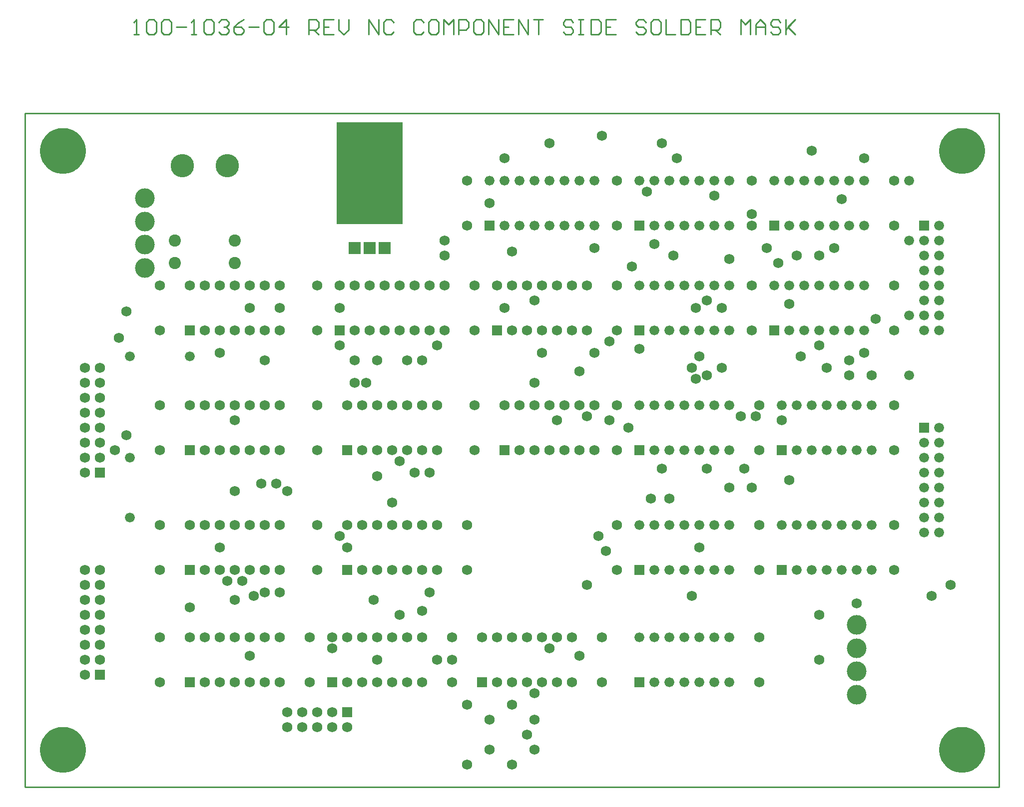
<source format=gts>
*%FSLAX23Y23*%
*%MOIN*%
G01*
%ADD11C,0.006*%
%ADD12C,0.007*%
%ADD13C,0.008*%
%ADD14C,0.010*%
%ADD15C,0.012*%
%ADD16C,0.020*%
%ADD17C,0.036*%
%ADD18C,0.042*%
%ADD19C,0.050*%
%ADD20C,0.056*%
%ADD21C,0.062*%
%ADD22C,0.066*%
%ADD23C,0.068*%
%ADD24C,0.070*%
%ADD25C,0.075*%
%ADD26C,0.081*%
%ADD27C,0.090*%
%ADD28C,0.120*%
%ADD29C,0.125*%
%ADD30C,0.131*%
%ADD31C,0.140*%
%ADD32C,0.150*%
%ADD33C,0.156*%
%ADD34C,0.160*%
%ADD35C,0.250*%
%ADD36C,0.250*%
%ADD37R,0.062X0.062*%
%ADD38R,0.068X0.068*%
%ADD39R,0.075X0.075*%
%ADD40R,0.081X0.081*%
%ADD41R,0.250X0.250*%
D14*
X7341Y10438D02*
X7374D01*
X7358D01*
Y10538D01*
X7359D01*
X7358D02*
X7341Y10521D01*
X7424D02*
X7441Y10538D01*
X7474D01*
X7491Y10521D01*
Y10455D01*
X7474Y10438D01*
X7441D01*
X7424Y10455D01*
Y10521D01*
X7524D02*
X7541Y10538D01*
X7574D01*
X7591Y10521D01*
Y10455D01*
X7574Y10438D01*
X7541D01*
X7524Y10455D01*
Y10521D01*
X7624Y10488D02*
X7691D01*
X7724Y10438D02*
X7758D01*
X7741D01*
Y10538D01*
X7742D01*
X7741D02*
X7724Y10521D01*
X7808D02*
X7824Y10538D01*
X7858D01*
X7874Y10521D01*
Y10455D01*
X7858Y10438D01*
X7824D01*
X7808Y10455D01*
Y10521D01*
X7907D02*
X7924Y10538D01*
X7957D01*
X7974Y10521D01*
Y10505D01*
X7975D01*
X7974D02*
X7975D01*
X7974D02*
X7975D01*
X7974D02*
X7957Y10488D01*
X7941D01*
X7957D01*
X7974Y10471D01*
Y10455D01*
X7957Y10438D01*
X7924D01*
X7907Y10455D01*
X8041Y10521D02*
X8074Y10538D01*
X8041Y10521D02*
X8007Y10488D01*
Y10455D01*
X8024Y10438D01*
X8057D01*
X8074Y10455D01*
Y10471D01*
X8057Y10488D01*
X8007D01*
X8107D02*
X8174D01*
X8207Y10521D02*
X8224Y10538D01*
X8257D01*
X8274Y10521D01*
Y10455D01*
X8257Y10438D01*
X8224D01*
X8207Y10455D01*
Y10521D01*
X8357Y10538D02*
Y10438D01*
X8307Y10488D02*
X8357Y10538D01*
X8374Y10488D02*
X8307D01*
X8507Y10438D02*
Y10538D01*
X8557D01*
X8574Y10521D01*
Y10488D01*
X8557Y10471D01*
X8507D01*
X8541D02*
X8574Y10438D01*
X8607Y10538D02*
X8674D01*
X8607D02*
Y10438D01*
X8674D01*
X8641Y10488D02*
X8607D01*
X8707Y10471D02*
Y10538D01*
Y10471D02*
X8741Y10438D01*
X8774Y10471D01*
Y10538D01*
X8907D02*
Y10438D01*
X8974D02*
X8907Y10538D01*
X8974D02*
Y10438D01*
X9074Y10521D02*
X9057Y10538D01*
X9024D01*
X9007Y10521D01*
Y10455D01*
X9024Y10438D01*
X9057D01*
X9074Y10455D01*
X9257Y10538D02*
X9274Y10521D01*
X9257Y10538D02*
X9224D01*
X9207Y10521D01*
Y10455D01*
X9224Y10438D01*
X9257D01*
X9274Y10455D01*
X9324Y10538D02*
X9357D01*
X9324D02*
X9307Y10521D01*
Y10455D01*
X9324Y10438D01*
X9357D01*
X9374Y10455D01*
Y10521D01*
X9357Y10538D01*
X9407D02*
Y10438D01*
X9440Y10505D02*
X9407Y10538D01*
X9440Y10505D02*
X9474Y10538D01*
Y10438D01*
X9507D02*
Y10538D01*
X9557D01*
X9574Y10521D01*
Y10488D01*
X9557Y10471D01*
X9507D01*
X9624Y10538D02*
X9657D01*
X9624D02*
X9607Y10521D01*
Y10455D01*
X9624Y10438D01*
X9657D01*
X9674Y10455D01*
Y10521D01*
X9657Y10538D01*
X9707D02*
Y10438D01*
X9774D02*
X9707Y10538D01*
X9774D02*
Y10438D01*
X9807Y10538D02*
X9874D01*
X9807D02*
Y10438D01*
X9874D01*
X9840Y10488D02*
X9807D01*
X9907Y10438D02*
Y10538D01*
X9973Y10438D01*
Y10538D01*
X10007D02*
X10073D01*
X10040D01*
Y10438D01*
X10257Y10538D02*
X10273Y10521D01*
X10257Y10538D02*
X10223D01*
X10207Y10521D01*
Y10505D01*
X10223Y10488D01*
X10257D01*
X10273Y10471D01*
Y10455D01*
X10257Y10438D01*
X10223D01*
X10207Y10455D01*
X10307Y10538D02*
X10340D01*
X10323D01*
Y10438D01*
X10307D01*
X10340D01*
X10390D02*
Y10538D01*
Y10438D02*
X10440D01*
X10457Y10455D01*
Y10521D01*
X10440Y10538D01*
X10390D01*
X10490D02*
X10557D01*
X10490D02*
Y10438D01*
X10557D01*
X10523Y10488D02*
X10490D01*
X10740Y10538D02*
X10757Y10521D01*
X10740Y10538D02*
X10707D01*
X10690Y10521D01*
Y10505D01*
X10707Y10488D01*
X10740D01*
X10757Y10471D01*
Y10455D01*
X10740Y10438D01*
X10707D01*
X10690Y10455D01*
X10807Y10538D02*
X10840D01*
X10807D02*
X10790Y10521D01*
Y10455D01*
X10807Y10438D01*
X10840D01*
X10857Y10455D01*
Y10521D01*
X10840Y10538D01*
X10890D02*
Y10438D01*
X10956D01*
X10990D02*
Y10538D01*
Y10438D02*
X11040D01*
X11056Y10455D01*
Y10521D01*
X11040Y10538D01*
X10990D01*
X11090D02*
X11156D01*
X11090D02*
Y10438D01*
X11156D01*
X11123Y10488D02*
X11090D01*
X11190Y10438D02*
Y10538D01*
X11240D01*
X11256Y10521D01*
Y10488D01*
X11240Y10471D01*
X11190D01*
X11223D02*
X11256Y10438D01*
X11390D02*
Y10538D01*
X11423Y10505D01*
X11456Y10538D01*
Y10438D01*
X11490D02*
Y10505D01*
X11523Y10538D01*
X11556Y10505D01*
Y10438D01*
Y10488D01*
X11490D01*
X11640Y10538D02*
X11656Y10521D01*
X11640Y10538D02*
X11606D01*
X11590Y10521D01*
Y10505D01*
X11606Y10488D01*
X11640D01*
X11656Y10471D01*
Y10455D01*
X11640Y10438D01*
X11606D01*
X11590Y10455D01*
X11690Y10438D02*
Y10538D01*
Y10471D02*
Y10438D01*
Y10471D02*
X11756Y10538D01*
X11706Y10488D01*
X11756Y10438D01*
X13116Y9913D02*
Y5413D01*
X6616D02*
Y9913D01*
Y5413D02*
X13116D01*
Y9913D02*
X6616D01*
D19*
X12738Y9663D02*
X12739D01*
X12738D02*
X12738Y9653D01*
X12740Y9642D01*
X12742Y9632D01*
X12745Y9622D01*
X12748Y9613D01*
X12753Y9604D01*
X12758Y9595D01*
X12764Y9586D01*
X12770Y9578D01*
X12777Y9571D01*
X12785Y9564D01*
X12793Y9558D01*
X12802Y9552D01*
X12811Y9547D01*
X12821Y9543D01*
X12830Y9540D01*
X12840Y9538D01*
X12851Y9536D01*
X12861Y9535D01*
X12871D01*
X12881Y9536D01*
X12892Y9538D01*
X12902Y9540D01*
X12911Y9543D01*
X12921Y9547D01*
X12930Y9552D01*
X12939Y9558D01*
X12947Y9564D01*
X12955Y9571D01*
X12962Y9578D01*
X12968Y9586D01*
X12974Y9595D01*
X12979Y9604D01*
X12984Y9613D01*
X12987Y9622D01*
X12990Y9632D01*
X12992Y9642D01*
X12994Y9653D01*
X12994Y9663D01*
X12995D01*
X12994D02*
X12994Y9673D01*
X12992Y9684D01*
X12990Y9694D01*
X12987Y9704D01*
X12984Y9713D01*
X12979Y9722D01*
X12974Y9731D01*
X12968Y9740D01*
X12962Y9748D01*
X12955Y9755D01*
X12947Y9762D01*
X12939Y9768D01*
X12930Y9774D01*
X12921Y9779D01*
X12911Y9783D01*
X12902Y9786D01*
X12892Y9788D01*
X12881Y9790D01*
X12871Y9791D01*
X12861D01*
X12851Y9790D01*
X12840Y9788D01*
X12830Y9786D01*
X12821Y9783D01*
X12811Y9779D01*
X12802Y9774D01*
X12793Y9768D01*
X12785Y9762D01*
X12777Y9755D01*
X12770Y9748D01*
X12764Y9740D01*
X12758Y9731D01*
X12753Y9722D01*
X12748Y9713D01*
X12745Y9704D01*
X12742Y9694D01*
X12740Y9684D01*
X12738Y9673D01*
X12738Y9663D01*
X12786D02*
X12787D01*
X12786D02*
X12787Y9654D01*
X12788Y9645D01*
X12791Y9636D01*
X12795Y9627D01*
X12799Y9619D01*
X12805Y9612D01*
X12811Y9605D01*
X12818Y9599D01*
X12826Y9594D01*
X12834Y9590D01*
X12843Y9586D01*
X12852Y9584D01*
X12861Y9583D01*
X12871D01*
X12880Y9584D01*
X12889Y9586D01*
X12898Y9590D01*
X12906Y9594D01*
X12914Y9599D01*
X12921Y9605D01*
X12927Y9612D01*
X12933Y9619D01*
X12937Y9627D01*
X12941Y9636D01*
X12944Y9645D01*
X12945Y9654D01*
X12946Y9663D01*
X12947D01*
X12946D02*
X12945Y9672D01*
X12944Y9681D01*
X12941Y9690D01*
X12937Y9699D01*
X12933Y9707D01*
X12927Y9714D01*
X12921Y9721D01*
X12914Y9727D01*
X12906Y9732D01*
X12898Y9736D01*
X12889Y9740D01*
X12880Y9742D01*
X12871Y9743D01*
X12861D01*
X12852Y9742D01*
X12843Y9740D01*
X12834Y9736D01*
X12826Y9732D01*
X12818Y9727D01*
X12811Y9721D01*
X12805Y9714D01*
X12799Y9707D01*
X12795Y9699D01*
X12791Y9690D01*
X12788Y9681D01*
X12787Y9672D01*
X12786Y9663D01*
X12834D02*
X12835D01*
X12834D02*
X12835Y9656D01*
X12837Y9650D01*
X12840Y9644D01*
X12845Y9639D01*
X12850Y9635D01*
X12856Y9633D01*
X12863Y9631D01*
X12869D01*
X12876Y9633D01*
X12882Y9635D01*
X12887Y9639D01*
X12892Y9644D01*
X12895Y9650D01*
X12897Y9656D01*
X12898Y9663D01*
X12899D01*
X12898D02*
X12897Y9670D01*
X12895Y9676D01*
X12892Y9682D01*
X12887Y9687D01*
X12882Y9691D01*
X12876Y9693D01*
X12869Y9695D01*
X12863D01*
X12856Y9693D01*
X12850Y9691D01*
X12845Y9687D01*
X12840Y9682D01*
X12837Y9676D01*
X12835Y9670D01*
X12834Y9663D01*
X12866D02*
D03*
X12738Y5663D02*
X12739D01*
X12738D02*
X12738Y5653D01*
X12740Y5642D01*
X12742Y5632D01*
X12745Y5622D01*
X12748Y5613D01*
X12753Y5604D01*
X12758Y5595D01*
X12764Y5586D01*
X12770Y5578D01*
X12777Y5571D01*
X12785Y5564D01*
X12793Y5558D01*
X12802Y5552D01*
X12811Y5547D01*
X12821Y5543D01*
X12830Y5540D01*
X12840Y5538D01*
X12851Y5536D01*
X12861Y5535D01*
X12871D01*
X12881Y5536D01*
X12892Y5538D01*
X12902Y5540D01*
X12911Y5543D01*
X12921Y5547D01*
X12930Y5552D01*
X12939Y5558D01*
X12947Y5564D01*
X12955Y5571D01*
X12962Y5578D01*
X12968Y5586D01*
X12974Y5595D01*
X12979Y5604D01*
X12984Y5613D01*
X12987Y5622D01*
X12990Y5632D01*
X12992Y5642D01*
X12994Y5653D01*
X12994Y5663D01*
X12995D01*
X12994D02*
X12994Y5673D01*
X12992Y5684D01*
X12990Y5694D01*
X12987Y5704D01*
X12984Y5713D01*
X12979Y5722D01*
X12974Y5731D01*
X12968Y5740D01*
X12962Y5748D01*
X12955Y5755D01*
X12947Y5762D01*
X12939Y5768D01*
X12930Y5774D01*
X12921Y5779D01*
X12911Y5783D01*
X12902Y5786D01*
X12892Y5788D01*
X12881Y5790D01*
X12871Y5791D01*
X12861D01*
X12851Y5790D01*
X12840Y5788D01*
X12830Y5786D01*
X12821Y5783D01*
X12811Y5779D01*
X12802Y5774D01*
X12793Y5768D01*
X12785Y5762D01*
X12777Y5755D01*
X12770Y5748D01*
X12764Y5740D01*
X12758Y5731D01*
X12753Y5722D01*
X12748Y5713D01*
X12745Y5704D01*
X12742Y5694D01*
X12740Y5684D01*
X12738Y5673D01*
X12738Y5663D01*
X12786D02*
X12787D01*
X12786D02*
X12787Y5654D01*
X12788Y5645D01*
X12791Y5636D01*
X12795Y5627D01*
X12799Y5619D01*
X12805Y5612D01*
X12811Y5605D01*
X12818Y5599D01*
X12826Y5594D01*
X12834Y5590D01*
X12843Y5586D01*
X12852Y5584D01*
X12861Y5583D01*
X12871D01*
X12880Y5584D01*
X12889Y5586D01*
X12898Y5590D01*
X12906Y5594D01*
X12914Y5599D01*
X12921Y5605D01*
X12927Y5612D01*
X12933Y5619D01*
X12937Y5627D01*
X12941Y5636D01*
X12944Y5645D01*
X12945Y5654D01*
X12946Y5663D01*
X12947D01*
X12946D02*
X12945Y5672D01*
X12944Y5681D01*
X12941Y5690D01*
X12937Y5699D01*
X12933Y5707D01*
X12927Y5714D01*
X12921Y5721D01*
X12914Y5727D01*
X12906Y5732D01*
X12898Y5736D01*
X12889Y5740D01*
X12880Y5742D01*
X12871Y5743D01*
X12861D01*
X12852Y5742D01*
X12843Y5740D01*
X12834Y5736D01*
X12826Y5732D01*
X12818Y5727D01*
X12811Y5721D01*
X12805Y5714D01*
X12799Y5707D01*
X12795Y5699D01*
X12791Y5690D01*
X12788Y5681D01*
X12787Y5672D01*
X12786Y5663D01*
X12834D02*
X12835D01*
X12834D02*
X12835Y5656D01*
X12837Y5650D01*
X12840Y5644D01*
X12845Y5639D01*
X12850Y5635D01*
X12856Y5633D01*
X12863Y5631D01*
X12869D01*
X12876Y5633D01*
X12882Y5635D01*
X12887Y5639D01*
X12892Y5644D01*
X12895Y5650D01*
X12897Y5656D01*
X12898Y5663D01*
X12899D01*
X12898D02*
X12897Y5670D01*
X12895Y5676D01*
X12892Y5682D01*
X12887Y5687D01*
X12882Y5691D01*
X12876Y5693D01*
X12869Y5695D01*
X12863D01*
X12856Y5693D01*
X12850Y5691D01*
X12845Y5687D01*
X12840Y5682D01*
X12837Y5676D01*
X12835Y5670D01*
X12834Y5663D01*
X12866D02*
D03*
X6738Y9663D02*
X6739D01*
X6738D02*
X6738Y9653D01*
X6740Y9642D01*
X6742Y9632D01*
X6745Y9622D01*
X6748Y9613D01*
X6753Y9604D01*
X6758Y9595D01*
X6764Y9586D01*
X6770Y9578D01*
X6777Y9571D01*
X6785Y9564D01*
X6793Y9558D01*
X6802Y9552D01*
X6811Y9547D01*
X6821Y9543D01*
X6830Y9540D01*
X6840Y9538D01*
X6851Y9536D01*
X6861Y9535D01*
X6871D01*
X6881Y9536D01*
X6892Y9538D01*
X6902Y9540D01*
X6911Y9543D01*
X6921Y9547D01*
X6930Y9552D01*
X6939Y9558D01*
X6947Y9564D01*
X6955Y9571D01*
X6962Y9578D01*
X6968Y9586D01*
X6974Y9595D01*
X6979Y9604D01*
X6984Y9613D01*
X6987Y9622D01*
X6990Y9632D01*
X6992Y9642D01*
X6994Y9653D01*
X6994Y9663D01*
X6995D01*
X6994D02*
X6994Y9673D01*
X6992Y9684D01*
X6990Y9694D01*
X6987Y9704D01*
X6984Y9713D01*
X6979Y9722D01*
X6974Y9731D01*
X6968Y9740D01*
X6962Y9748D01*
X6955Y9755D01*
X6947Y9762D01*
X6939Y9768D01*
X6930Y9774D01*
X6921Y9779D01*
X6911Y9783D01*
X6902Y9786D01*
X6892Y9788D01*
X6881Y9790D01*
X6871Y9791D01*
X6861D01*
X6851Y9790D01*
X6840Y9788D01*
X6830Y9786D01*
X6821Y9783D01*
X6811Y9779D01*
X6802Y9774D01*
X6793Y9768D01*
X6785Y9762D01*
X6777Y9755D01*
X6770Y9748D01*
X6764Y9740D01*
X6758Y9731D01*
X6753Y9722D01*
X6748Y9713D01*
X6745Y9704D01*
X6742Y9694D01*
X6740Y9684D01*
X6738Y9673D01*
X6738Y9663D01*
X6786D02*
X6787D01*
X6786D02*
X6787Y9654D01*
X6788Y9645D01*
X6791Y9636D01*
X6795Y9627D01*
X6799Y9619D01*
X6805Y9612D01*
X6811Y9605D01*
X6818Y9599D01*
X6826Y9594D01*
X6834Y9590D01*
X6843Y9586D01*
X6852Y9584D01*
X6861Y9583D01*
X6871D01*
X6880Y9584D01*
X6889Y9586D01*
X6898Y9590D01*
X6906Y9594D01*
X6914Y9599D01*
X6921Y9605D01*
X6927Y9612D01*
X6933Y9619D01*
X6937Y9627D01*
X6941Y9636D01*
X6944Y9645D01*
X6945Y9654D01*
X6946Y9663D01*
X6947D01*
X6946D02*
X6945Y9672D01*
X6944Y9681D01*
X6941Y9690D01*
X6937Y9699D01*
X6933Y9707D01*
X6927Y9714D01*
X6921Y9721D01*
X6914Y9727D01*
X6906Y9732D01*
X6898Y9736D01*
X6889Y9740D01*
X6880Y9742D01*
X6871Y9743D01*
X6861D01*
X6852Y9742D01*
X6843Y9740D01*
X6834Y9736D01*
X6826Y9732D01*
X6818Y9727D01*
X6811Y9721D01*
X6805Y9714D01*
X6799Y9707D01*
X6795Y9699D01*
X6791Y9690D01*
X6788Y9681D01*
X6787Y9672D01*
X6786Y9663D01*
X6834D02*
X6835D01*
X6834D02*
X6835Y9656D01*
X6837Y9650D01*
X6840Y9644D01*
X6845Y9639D01*
X6850Y9635D01*
X6856Y9633D01*
X6863Y9631D01*
X6869D01*
X6876Y9633D01*
X6882Y9635D01*
X6887Y9639D01*
X6892Y9644D01*
X6895Y9650D01*
X6897Y9656D01*
X6898Y9663D01*
X6899D01*
X6898D02*
X6897Y9670D01*
X6895Y9676D01*
X6892Y9682D01*
X6887Y9687D01*
X6882Y9691D01*
X6876Y9693D01*
X6869Y9695D01*
X6863D01*
X6856Y9693D01*
X6850Y9691D01*
X6845Y9687D01*
X6840Y9682D01*
X6837Y9676D01*
X6835Y9670D01*
X6834Y9663D01*
X6866D02*
D03*
X6738Y5663D02*
X6739D01*
X6738D02*
X6738Y5653D01*
X6740Y5642D01*
X6742Y5632D01*
X6745Y5622D01*
X6748Y5613D01*
X6753Y5604D01*
X6758Y5595D01*
X6764Y5586D01*
X6770Y5578D01*
X6777Y5571D01*
X6785Y5564D01*
X6793Y5558D01*
X6802Y5552D01*
X6811Y5547D01*
X6821Y5543D01*
X6830Y5540D01*
X6840Y5538D01*
X6851Y5536D01*
X6861Y5535D01*
X6871D01*
X6881Y5536D01*
X6892Y5538D01*
X6902Y5540D01*
X6911Y5543D01*
X6921Y5547D01*
X6930Y5552D01*
X6939Y5558D01*
X6947Y5564D01*
X6955Y5571D01*
X6962Y5578D01*
X6968Y5586D01*
X6974Y5595D01*
X6979Y5604D01*
X6984Y5613D01*
X6987Y5622D01*
X6990Y5632D01*
X6992Y5642D01*
X6994Y5653D01*
X6994Y5663D01*
X6995D01*
X6994D02*
X6994Y5673D01*
X6992Y5684D01*
X6990Y5694D01*
X6987Y5704D01*
X6984Y5713D01*
X6979Y5722D01*
X6974Y5731D01*
X6968Y5740D01*
X6962Y5748D01*
X6955Y5755D01*
X6947Y5762D01*
X6939Y5768D01*
X6930Y5774D01*
X6921Y5779D01*
X6911Y5783D01*
X6902Y5786D01*
X6892Y5788D01*
X6881Y5790D01*
X6871Y5791D01*
X6861D01*
X6851Y5790D01*
X6840Y5788D01*
X6830Y5786D01*
X6821Y5783D01*
X6811Y5779D01*
X6802Y5774D01*
X6793Y5768D01*
X6785Y5762D01*
X6777Y5755D01*
X6770Y5748D01*
X6764Y5740D01*
X6758Y5731D01*
X6753Y5722D01*
X6748Y5713D01*
X6745Y5704D01*
X6742Y5694D01*
X6740Y5684D01*
X6738Y5673D01*
X6738Y5663D01*
X6786D02*
X6787D01*
X6786D02*
X6787Y5654D01*
X6788Y5645D01*
X6791Y5636D01*
X6795Y5627D01*
X6799Y5619D01*
X6805Y5612D01*
X6811Y5605D01*
X6818Y5599D01*
X6826Y5594D01*
X6834Y5590D01*
X6843Y5586D01*
X6852Y5584D01*
X6861Y5583D01*
X6871D01*
X6880Y5584D01*
X6889Y5586D01*
X6898Y5590D01*
X6906Y5594D01*
X6914Y5599D01*
X6921Y5605D01*
X6927Y5612D01*
X6933Y5619D01*
X6937Y5627D01*
X6941Y5636D01*
X6944Y5645D01*
X6945Y5654D01*
X6946Y5663D01*
X6947D01*
X6946D02*
X6945Y5672D01*
X6944Y5681D01*
X6941Y5690D01*
X6937Y5699D01*
X6933Y5707D01*
X6927Y5714D01*
X6921Y5721D01*
X6914Y5727D01*
X6906Y5732D01*
X6898Y5736D01*
X6889Y5740D01*
X6880Y5742D01*
X6871Y5743D01*
X6861D01*
X6852Y5742D01*
X6843Y5740D01*
X6834Y5736D01*
X6826Y5732D01*
X6818Y5727D01*
X6811Y5721D01*
X6805Y5714D01*
X6799Y5707D01*
X6795Y5699D01*
X6791Y5690D01*
X6788Y5681D01*
X6787Y5672D01*
X6786Y5663D01*
X6834D02*
X6835D01*
X6834D02*
X6835Y5656D01*
X6837Y5650D01*
X6840Y5644D01*
X6845Y5639D01*
X6850Y5635D01*
X6856Y5633D01*
X6863Y5631D01*
X6869D01*
X6876Y5633D01*
X6882Y5635D01*
X6887Y5639D01*
X6892Y5644D01*
X6895Y5650D01*
X6897Y5656D01*
X6898Y5663D01*
X6899D01*
X6898D02*
X6897Y5670D01*
X6895Y5676D01*
X6892Y5682D01*
X6887Y5687D01*
X6882Y5691D01*
X6876Y5693D01*
X6869Y5695D01*
X6863D01*
X6856Y5693D01*
X6850Y5691D01*
X6845Y5687D01*
X6840Y5682D01*
X6837Y5676D01*
X6835Y5670D01*
X6834Y5663D01*
X6866D02*
D03*
X8813Y9713D02*
X8814D01*
X8813D02*
X8813Y9703D01*
X8815Y9694D01*
X8817Y9684D01*
X8820Y9675D01*
X8824Y9666D01*
X8829Y9657D01*
X8835Y9649D01*
X8841Y9642D01*
X8849Y9635D01*
X8856Y9629D01*
X8864Y9624D01*
X8873Y9619D01*
X8882Y9616D01*
X8892Y9613D01*
X8901Y9611D01*
X8911Y9610D01*
X8921D01*
X8931Y9611D01*
X8940Y9613D01*
X8950Y9616D01*
X8959Y9619D01*
X8968Y9624D01*
X8976Y9629D01*
X8983Y9635D01*
X8991Y9642D01*
X8997Y9649D01*
X9003Y9657D01*
X9008Y9666D01*
X9012Y9675D01*
X9015Y9684D01*
X9017Y9694D01*
X9019Y9703D01*
X9019Y9713D01*
X9020D01*
X9019D02*
X9019Y9723D01*
X9017Y9732D01*
X9015Y9742D01*
X9012Y9751D01*
X9008Y9760D01*
X9003Y9769D01*
X8997Y9777D01*
X8991Y9784D01*
X8983Y9791D01*
X8976Y9797D01*
X8968Y9802D01*
X8959Y9807D01*
X8950Y9810D01*
X8940Y9813D01*
X8931Y9815D01*
X8921Y9816D01*
X8911D01*
X8901Y9815D01*
X8892Y9813D01*
X8882Y9810D01*
X8873Y9807D01*
X8864Y9802D01*
X8856Y9797D01*
X8849Y9791D01*
X8841Y9784D01*
X8835Y9777D01*
X8829Y9769D01*
X8824Y9760D01*
X8820Y9751D01*
X8817Y9742D01*
X8815Y9732D01*
X8813Y9723D01*
X8813Y9713D01*
X8861D02*
X8862D01*
X8861D02*
X8862Y9705D01*
X8863Y9697D01*
X8866Y9689D01*
X8871Y9682D01*
X8876Y9676D01*
X8882Y9670D01*
X8888Y9665D01*
X8896Y9662D01*
X8904Y9659D01*
X8912Y9658D01*
X8920D01*
X8928Y9659D01*
X8936Y9662D01*
X8944Y9665D01*
X8950Y9670D01*
X8956Y9676D01*
X8961Y9682D01*
X8966Y9689D01*
X8969Y9697D01*
X8970Y9705D01*
X8971Y9713D01*
X8972D01*
X8971D02*
X8970Y9721D01*
X8969Y9729D01*
X8966Y9737D01*
X8961Y9744D01*
X8956Y9750D01*
X8950Y9756D01*
X8944Y9761D01*
X8936Y9764D01*
X8928Y9767D01*
X8920Y9768D01*
X8912D01*
X8904Y9767D01*
X8896Y9764D01*
X8888Y9761D01*
X8882Y9756D01*
X8876Y9750D01*
X8871Y9744D01*
X8866Y9737D01*
X8863Y9729D01*
X8862Y9721D01*
X8861Y9713D01*
X8909D02*
X8910D01*
X8909D02*
X8909Y9711D01*
X8911Y9709D01*
X8912Y9707D01*
X8915Y9706D01*
X8917D01*
X8920Y9707D01*
X8921Y9709D01*
X8923Y9711D01*
X8923Y9713D01*
X8924D01*
X8923D02*
X8923Y9715D01*
X8921Y9717D01*
X8920Y9719D01*
X8917Y9720D01*
X8915D01*
X8912Y9719D01*
X8911Y9717D01*
X8909Y9715D01*
X8909Y9713D01*
D22*
X12516Y9063D02*
D03*
Y9463D02*
D03*
X12716Y9163D02*
D03*
X12616Y9063D02*
D03*
X12716D02*
D03*
X12616Y8963D02*
D03*
X12716D02*
D03*
X12616Y8863D02*
D03*
X12716D02*
D03*
X12616Y8763D02*
D03*
X12716D02*
D03*
X12616Y8663D02*
D03*
X12716D02*
D03*
X12616Y8563D02*
D03*
X12716D02*
D03*
X12616Y8463D02*
D03*
X12716D02*
D03*
X12516Y8563D02*
D03*
Y8163D02*
D03*
X12716Y7813D02*
D03*
X12616Y7713D02*
D03*
X12716D02*
D03*
X12616Y7613D02*
D03*
X12716D02*
D03*
X12616Y7513D02*
D03*
X12716D02*
D03*
X12616Y7413D02*
D03*
X12716D02*
D03*
X12616Y7313D02*
D03*
X12716D02*
D03*
X12616Y7213D02*
D03*
X12716D02*
D03*
X12616Y7113D02*
D03*
X12716D02*
D03*
X10916Y9163D02*
D03*
X10716Y9463D02*
D03*
X10816D02*
D03*
X10916D02*
D03*
X11016D02*
D03*
X11116D02*
D03*
X11216D02*
D03*
X11316D02*
D03*
Y9163D02*
D03*
X11216D02*
D03*
X11116D02*
D03*
X11016D02*
D03*
X10816D02*
D03*
X11816D02*
D03*
X11616Y9463D02*
D03*
X11716D02*
D03*
X11816D02*
D03*
X11916D02*
D03*
X12016D02*
D03*
X12116D02*
D03*
X12216D02*
D03*
Y9163D02*
D03*
X12116D02*
D03*
X12016D02*
D03*
X11916D02*
D03*
X11716D02*
D03*
X10916Y8463D02*
D03*
X10716Y8763D02*
D03*
X10816D02*
D03*
X10916D02*
D03*
X11016D02*
D03*
X11116D02*
D03*
X11216D02*
D03*
X11316D02*
D03*
Y8463D02*
D03*
X11216D02*
D03*
X11116D02*
D03*
X11016D02*
D03*
X10816D02*
D03*
X11816D02*
D03*
X11616Y8763D02*
D03*
X11716D02*
D03*
X11816D02*
D03*
X11916D02*
D03*
X12016D02*
D03*
X12116D02*
D03*
X12216D02*
D03*
Y8463D02*
D03*
X12116D02*
D03*
X12016D02*
D03*
X11916D02*
D03*
X11716D02*
D03*
X10916Y7663D02*
D03*
X10716Y7963D02*
D03*
X10816D02*
D03*
X10916D02*
D03*
X11016D02*
D03*
X11116D02*
D03*
X11216D02*
D03*
X11316D02*
D03*
Y7663D02*
D03*
X11216D02*
D03*
X11116D02*
D03*
X11016D02*
D03*
X10816D02*
D03*
X11866D02*
D03*
X11666Y7963D02*
D03*
X11766D02*
D03*
X11866D02*
D03*
X11966D02*
D03*
X12066D02*
D03*
X12166D02*
D03*
X12266D02*
D03*
Y7663D02*
D03*
X12166D02*
D03*
X12066D02*
D03*
X11966D02*
D03*
X11766D02*
D03*
X10916Y6113D02*
D03*
X10716Y6413D02*
D03*
X10816D02*
D03*
X10916D02*
D03*
X11016D02*
D03*
X11116D02*
D03*
X11216D02*
D03*
X11316D02*
D03*
Y6113D02*
D03*
X11216D02*
D03*
X11116D02*
D03*
X11016D02*
D03*
X10816D02*
D03*
X10916Y6863D02*
D03*
X10716Y7163D02*
D03*
X10816D02*
D03*
X10916D02*
D03*
X11016D02*
D03*
X11116D02*
D03*
X11216D02*
D03*
X11316D02*
D03*
Y6863D02*
D03*
X11216D02*
D03*
X11116D02*
D03*
X11016D02*
D03*
X10816D02*
D03*
X11866D02*
D03*
X11666Y7163D02*
D03*
X11766D02*
D03*
X11866D02*
D03*
X11966D02*
D03*
X12066D02*
D03*
X12166D02*
D03*
X12266D02*
D03*
Y6863D02*
D03*
X12166D02*
D03*
X12066D02*
D03*
X11966D02*
D03*
X11766D02*
D03*
X9716Y9463D02*
D03*
X9816D02*
D03*
X9916D02*
D03*
X10016D02*
D03*
X10116D02*
D03*
X10216D02*
D03*
X10316D02*
D03*
X10416D02*
D03*
Y9163D02*
D03*
X10316D02*
D03*
X10216D02*
D03*
X10116D02*
D03*
X10016D02*
D03*
X9916D02*
D03*
X9816D02*
D03*
X7316Y8288D02*
D03*
X7716D02*
D03*
X7316Y7613D02*
D03*
Y7213D02*
D03*
D23*
X12666Y6688D02*
D03*
X12791Y6763D02*
D03*
X12291Y8538D02*
D03*
X12216Y9613D02*
D03*
X12266Y8163D02*
D03*
X12116Y8263D02*
D03*
Y8163D02*
D03*
X12216Y8313D02*
D03*
X12166Y6638D02*
D03*
X12066Y9338D02*
D03*
X12016Y9013D02*
D03*
X11916Y8963D02*
D03*
Y8363D02*
D03*
X11966Y8213D02*
D03*
X11866Y9663D02*
D03*
X11766Y8963D02*
D03*
X11716Y8638D02*
D03*
X11791Y8288D02*
D03*
X11716Y7463D02*
D03*
X11566Y9013D02*
D03*
X11666Y7863D02*
D03*
X11641Y8913D02*
D03*
X11491Y7888D02*
D03*
X11466Y9238D02*
D03*
X11416Y7538D02*
D03*
X11391Y7888D02*
D03*
X11316Y8938D02*
D03*
X11466Y7413D02*
D03*
X11316D02*
D03*
X11216Y9363D02*
D03*
X11166Y8663D02*
D03*
Y7538D02*
D03*
Y8163D02*
D03*
X11266Y8213D02*
D03*
Y8613D02*
D03*
X11116Y8288D02*
D03*
Y7013D02*
D03*
X10966Y9613D02*
D03*
X10941Y8963D02*
D03*
X11066Y8213D02*
D03*
X11091Y8613D02*
D03*
Y8138D02*
D03*
X10916Y7338D02*
D03*
X11066Y6688D02*
D03*
X10766Y9388D02*
D03*
X10866Y9713D02*
D03*
X10816Y9038D02*
D03*
X10866Y7538D02*
D03*
X10716Y8338D02*
D03*
X10791Y7338D02*
D03*
X10641Y7813D02*
D03*
X10666Y8888D02*
D03*
X10516Y7863D02*
D03*
Y8388D02*
D03*
X10466Y9763D02*
D03*
X10416Y9013D02*
D03*
X10366Y7888D02*
D03*
X10316Y8188D02*
D03*
X10416Y8313D02*
D03*
X10316Y6288D02*
D03*
X10441Y7088D02*
D03*
X10366Y6763D02*
D03*
X10491Y6988D02*
D03*
X10166Y7863D02*
D03*
X10116Y9713D02*
D03*
X10016Y8663D02*
D03*
X10066Y8313D02*
D03*
X10016Y8113D02*
D03*
X10116Y6338D02*
D03*
X10016Y6038D02*
D03*
X9966Y5763D02*
D03*
X9816Y9613D02*
D03*
Y8613D02*
D03*
X9866Y8988D02*
D03*
X9716Y9313D02*
D03*
X9366Y8363D02*
D03*
Y6263D02*
D03*
X9466D02*
D03*
X9166Y8263D02*
D03*
X9266D02*
D03*
Y6588D02*
D03*
X9316Y7513D02*
D03*
X9216D02*
D03*
X9316Y6713D02*
D03*
X8966Y8263D02*
D03*
X9116Y7588D02*
D03*
X8966Y6263D02*
D03*
X9116Y6563D02*
D03*
X9066Y7313D02*
D03*
X8966Y7488D02*
D03*
X8816Y8263D02*
D03*
X8891Y8113D02*
D03*
X8816D02*
D03*
X8766Y7013D02*
D03*
X8941Y6663D02*
D03*
X8716Y8613D02*
D03*
Y8363D02*
D03*
X8666Y6338D02*
D03*
X8716Y7088D02*
D03*
X8366Y7388D02*
D03*
X8216Y8263D02*
D03*
X8316Y8613D02*
D03*
X8191Y7438D02*
D03*
X8291D02*
D03*
X8316Y6713D02*
D03*
X8216D02*
D03*
X8016Y7863D02*
D03*
X8116Y8613D02*
D03*
Y6288D02*
D03*
X8016Y7388D02*
D03*
Y6663D02*
D03*
X8066Y6788D02*
D03*
X8141Y6688D02*
D03*
X7966Y6788D02*
D03*
X7916Y8313D02*
D03*
Y7013D02*
D03*
X7716Y6613D02*
D03*
X7291Y7763D02*
D03*
Y8588D02*
D03*
X7216Y7663D02*
D03*
X7241Y8413D02*
D03*
X12416Y9163D02*
D03*
Y9463D02*
D03*
Y8463D02*
D03*
Y8763D02*
D03*
Y7663D02*
D03*
Y7963D02*
D03*
X11916Y6263D02*
D03*
Y6563D02*
D03*
X12416Y6863D02*
D03*
Y7163D02*
D03*
X11466Y9163D02*
D03*
Y9463D02*
D03*
X10566Y9163D02*
D03*
Y9463D02*
D03*
Y8463D02*
D03*
Y8763D02*
D03*
X11466Y8463D02*
D03*
Y8763D02*
D03*
X10566Y7663D02*
D03*
Y7963D02*
D03*
X11516Y7663D02*
D03*
Y7963D02*
D03*
Y6113D02*
D03*
Y6413D02*
D03*
X10566Y6863D02*
D03*
Y7163D02*
D03*
X11516Y6863D02*
D03*
Y7163D02*
D03*
X10466Y6113D02*
D03*
Y6413D02*
D03*
X9566Y9163D02*
D03*
Y9463D02*
D03*
X9966Y8463D02*
D03*
X9766Y8763D02*
D03*
X9866D02*
D03*
X9966D02*
D03*
X10066D02*
D03*
X10166D02*
D03*
X10266D02*
D03*
X10366D02*
D03*
Y8463D02*
D03*
X10266D02*
D03*
X10166D02*
D03*
X10066D02*
D03*
X9866D02*
D03*
X10016Y7663D02*
D03*
X9816Y7963D02*
D03*
X9916D02*
D03*
X10016D02*
D03*
X10116D02*
D03*
X10216D02*
D03*
X10316D02*
D03*
X10416D02*
D03*
Y7663D02*
D03*
X10316D02*
D03*
X10216D02*
D03*
X10116D02*
D03*
X9916D02*
D03*
X8966D02*
D03*
X8766Y7963D02*
D03*
X8866D02*
D03*
X8966D02*
D03*
X9066D02*
D03*
X9166D02*
D03*
X9266D02*
D03*
X9366D02*
D03*
Y7663D02*
D03*
X9266D02*
D03*
X9166D02*
D03*
X9066D02*
D03*
X8866D02*
D03*
X9416Y8963D02*
D03*
Y9063D02*
D03*
X9616Y8463D02*
D03*
Y8763D02*
D03*
Y7663D02*
D03*
Y7963D02*
D03*
X8966Y6863D02*
D03*
X8766Y7163D02*
D03*
X8866D02*
D03*
X8966D02*
D03*
X9066D02*
D03*
X9166D02*
D03*
X9266D02*
D03*
X9366D02*
D03*
Y6863D02*
D03*
X9266D02*
D03*
X9166D02*
D03*
X9066D02*
D03*
X8866D02*
D03*
X9866Y6113D02*
D03*
X9666Y6413D02*
D03*
X9766D02*
D03*
X9866D02*
D03*
X9966D02*
D03*
X10066D02*
D03*
X10166D02*
D03*
X10266D02*
D03*
Y6113D02*
D03*
X10166D02*
D03*
X10066D02*
D03*
X9966D02*
D03*
X9766D02*
D03*
X9566Y6863D02*
D03*
Y7163D02*
D03*
X9466Y6113D02*
D03*
Y6413D02*
D03*
X10016Y5863D02*
D03*
Y5663D02*
D03*
X9716Y5863D02*
D03*
Y5663D02*
D03*
X9566Y5563D02*
D03*
Y5963D02*
D03*
X9866Y5563D02*
D03*
Y5963D02*
D03*
X8466Y5813D02*
D03*
X8766D02*
D03*
X8666Y5913D02*
D03*
Y5813D02*
D03*
X8566Y5913D02*
D03*
Y5813D02*
D03*
X8466Y5913D02*
D03*
X8366D02*
D03*
Y5813D02*
D03*
X8716Y8763D02*
D03*
X8816D02*
D03*
X8916D02*
D03*
X9016D02*
D03*
X9116D02*
D03*
X9216D02*
D03*
X9316D02*
D03*
X9416D02*
D03*
Y8463D02*
D03*
X9316D02*
D03*
X9216D02*
D03*
X9116D02*
D03*
X9016D02*
D03*
X8916D02*
D03*
X8816D02*
D03*
X7916D02*
D03*
X7716Y8763D02*
D03*
X7816D02*
D03*
X7916D02*
D03*
X8016D02*
D03*
X8116D02*
D03*
X8216D02*
D03*
X8316D02*
D03*
Y8463D02*
D03*
X8216D02*
D03*
X8116D02*
D03*
X8016D02*
D03*
X7816D02*
D03*
X7916Y7663D02*
D03*
X7716Y7963D02*
D03*
X7816D02*
D03*
X7916D02*
D03*
X8016D02*
D03*
X8116D02*
D03*
X8216D02*
D03*
X8316D02*
D03*
Y7663D02*
D03*
X8216D02*
D03*
X8116D02*
D03*
X8016D02*
D03*
X7816D02*
D03*
X7516Y8463D02*
D03*
Y8763D02*
D03*
X8566Y8463D02*
D03*
Y8763D02*
D03*
X7516Y7663D02*
D03*
Y7963D02*
D03*
X8566Y7663D02*
D03*
Y7963D02*
D03*
X7916Y6863D02*
D03*
X7716Y7163D02*
D03*
X7816D02*
D03*
X7916D02*
D03*
X8016D02*
D03*
X8116D02*
D03*
X8216D02*
D03*
X8316D02*
D03*
Y6863D02*
D03*
X8216D02*
D03*
X8116D02*
D03*
X8016D02*
D03*
X7816D02*
D03*
X7916Y6113D02*
D03*
X7716Y6413D02*
D03*
X7816D02*
D03*
X7916D02*
D03*
X8016D02*
D03*
X8116D02*
D03*
X8216D02*
D03*
X8316D02*
D03*
Y6113D02*
D03*
X8216D02*
D03*
X8116D02*
D03*
X8016D02*
D03*
X7816D02*
D03*
X7516Y6863D02*
D03*
Y7163D02*
D03*
X8566Y6863D02*
D03*
Y7163D02*
D03*
X7516Y6113D02*
D03*
Y6413D02*
D03*
X8516Y6113D02*
D03*
Y6413D02*
D03*
X8866Y6113D02*
D03*
X8666Y6413D02*
D03*
X8766D02*
D03*
X8866D02*
D03*
X8966D02*
D03*
X9066D02*
D03*
X9166D02*
D03*
X9266D02*
D03*
Y6113D02*
D03*
X9166D02*
D03*
X9066D02*
D03*
X8966D02*
D03*
X8766D02*
D03*
X7016Y6163D02*
D03*
X7116Y6263D02*
D03*
X7016D02*
D03*
X7116Y6363D02*
D03*
X7016D02*
D03*
X7116Y6463D02*
D03*
X7016D02*
D03*
X7116Y6563D02*
D03*
X7016D02*
D03*
X7116Y6663D02*
D03*
X7016D02*
D03*
X7116Y6763D02*
D03*
X7016D02*
D03*
X7116Y6863D02*
D03*
X7016D02*
D03*
Y7513D02*
D03*
X7116Y7613D02*
D03*
X7016D02*
D03*
X7116Y7713D02*
D03*
X7016D02*
D03*
X7116Y7813D02*
D03*
X7016D02*
D03*
X7116Y7913D02*
D03*
X7016D02*
D03*
X7116Y8013D02*
D03*
X7016D02*
D03*
X7116Y8113D02*
D03*
X7016D02*
D03*
X7116Y8213D02*
D03*
X7016D02*
D03*
D26*
X7616Y8913D02*
D03*
X8016D02*
D03*
X7616Y9063D02*
D03*
X8016D02*
D03*
D30*
X12166Y6341D02*
D03*
Y6029D02*
D03*
Y6497D02*
D03*
Y6185D02*
D03*
X7416Y9035D02*
D03*
Y9347D02*
D03*
Y8879D02*
D03*
Y9191D02*
D03*
D33*
X7666Y9563D02*
D03*
X7966D02*
D03*
D38*
X12616Y9163D02*
D03*
Y7813D02*
D03*
X10716Y9163D02*
D03*
X11616D02*
D03*
X10716Y8463D02*
D03*
X11616D02*
D03*
X10716Y7663D02*
D03*
X11666D02*
D03*
X10716Y6113D02*
D03*
Y6863D02*
D03*
X11666D02*
D03*
X9716Y9163D02*
D03*
X9766Y8463D02*
D03*
X9816Y7663D02*
D03*
X8766D02*
D03*
Y6863D02*
D03*
X9666Y6113D02*
D03*
X8766Y5913D02*
D03*
X8716Y8463D02*
D03*
X7716D02*
D03*
Y7663D02*
D03*
Y6863D02*
D03*
Y6113D02*
D03*
X8666D02*
D03*
X7116Y6163D02*
D03*
Y7513D02*
D03*
D40*
X9016Y9013D02*
D03*
X8916D02*
D03*
X8816D02*
D03*
D41*
X8821Y9298D02*
X9011D01*
Y9728D01*
X8821D01*
Y9298D01*
D02*
M02*

</source>
